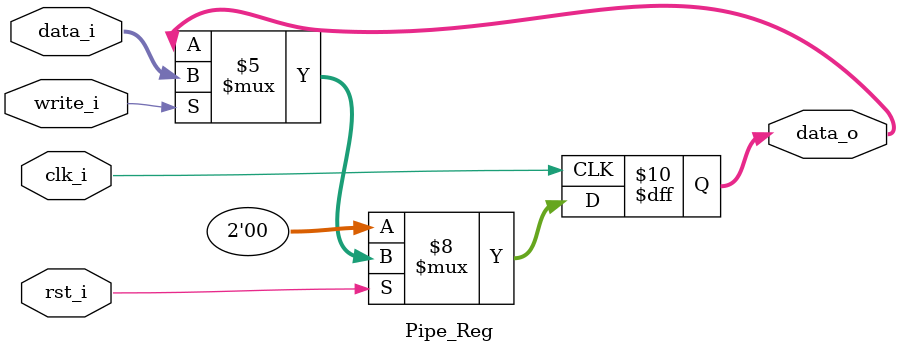
<source format=v>
`timescale 1ns / 1ps
module Pipe_Reg(
    clk_i,
    rst_i,
    write_i,
    data_i,
    data_o
    );
					
parameter size = 0;

input   clk_i;		  
input   rst_i;
input   write_i;
input   [size-1:0] data_i;
output reg  [size-1:0] data_o;
	  
always@(posedge clk_i) begin
    if(~rst_i)
        data_o <= 0;
    else if(~write_i)
        data_o <= data_o;
    else
        data_o <= data_i;
end

endmodule	
</source>
